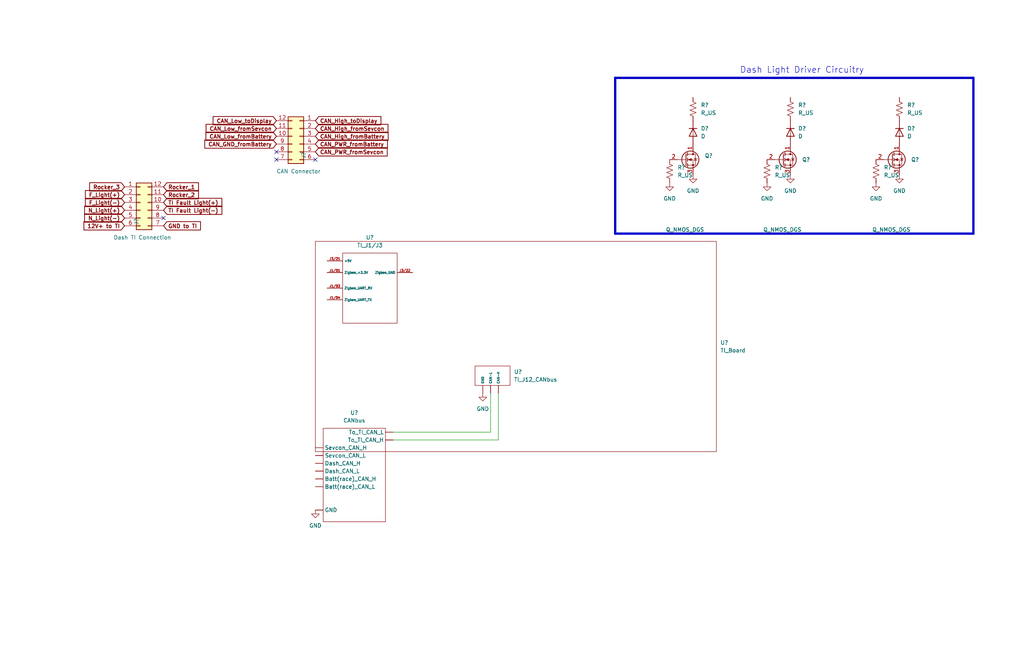
<source format=kicad_sch>
(kicad_sch (version 20230121) (generator eeschema)
  (paper "User" 334.01 216.002)
  (title_block (date "2023-05-03"))
  (lib_symbols
    (symbol "Connector_Generic:Conn_02x06_Counter_Clockwise" (pin_names (offset 1.016) hide)
      (property "Reference" "J" (at 1.27 7.62 0))
      (property "Value" "Conn_02x06_Counter_Clockwise" (at 1.27 -10.16 0))
      (symbol "Conn_02x06_Counter_Clockwise_1_1"
        (rectangle (start -1.27 -7.493) (end 0 -7.747) (stroke (width 0.1524)))
        (rectangle (start -1.27 -4.953) (end 0 -5.207) (stroke (width 0.1524)))
        (rectangle (start -1.27 -2.413) (end 0 -2.667) (stroke (width 0.1524)))
        (rectangle (start -1.27 0.127) (end 0 -0.127) (stroke (width 0.1524)))
        (rectangle (start -1.27 2.667) (end 0 2.413) (stroke (width 0.1524)))
        (rectangle (start -1.27 5.207) (end 0 4.953) (stroke (width 0.1524)))
        (rectangle (start -1.27 6.35) (end 3.81 -8.89) (stroke (width 0.254)) (fill (type background)))
        (rectangle (start 3.81 -7.493) (end 2.54 -7.747) (stroke (width 0.1524)))
        (rectangle (start 3.81 -4.953) (end 2.54 -5.207) (stroke (width 0.1524)))
        (rectangle (start 3.81 -2.413) (end 2.54 -2.667) (stroke (width 0.1524)))
        (rectangle (start 3.81 0.127) (end 2.54 -0.127) (stroke (width 0.1524)))
        (rectangle (start 3.81 2.667) (end 2.54 2.413) (stroke (width 0.1524)))
        (rectangle (start 3.81 5.207) (end 2.54 4.953) (stroke (width 0.1524)))
        (pin passive line (at -5.08 5.08 0) (length 3.81) (name "Pin_1") (number "1"))
        (pin passive line (at 7.62 0 180) (length 3.81) (name "Pin_10") (number "10"))
        (pin passive line (at 7.62 2.54 180) (length 3.81) (name "Pin_11") (number "11"))
        (pin passive line (at 7.62 5.08 180) (length 3.81) (name "Pin_12") (number "12"))
        (pin passive line (at -5.08 2.54 0) (length 3.81) (name "Pin_2") (number "2"))
        (pin passive line (at -5.08 0 0) (length 3.81) (name "Pin_3") (number "3"))
        (pin passive line (at -5.08 -2.54 0) (length 3.81) (name "Pin_4") (number "4"))
        (pin passive line (at -5.08 -5.08 0) (length 3.81) (name "Pin_5") (number "5"))
        (pin passive line (at -5.08 -7.62 0) (length 3.81) (name "Pin_6") (number "6"))
        (pin passive line (at 7.62 -7.62 180) (length 3.81) (name "Pin_7") (number "7"))
        (pin passive line (at 7.62 -5.08 180) (length 3.81) (name "Pin_8") (number "8"))
        (pin passive line (at 7.62 -2.54 180) (length 3.81) (name "Pin_9") (number "9"))
      )
    )
    (symbol "Device:D" (pin_numbers hide) (pin_names (offset 1.016) hide)
      (property "Reference" "D" (at 0 2.54 0))
      (property "Value" "D" (at 0 -2.54 0))
      (symbol "D_0_1"
        (polyline (pts (xy -1.27 1.27) (xy -1.27 -1.27)) (stroke (width 0.254)))
        (polyline (pts (xy 1.27 0) (xy -1.27 0)))
        (polyline (pts (xy 1.27 1.27) (xy 1.27 -1.27) (xy -1.27 0) (xy 1.27 1.27)) (stroke (width 0.254)))
      )
      (symbol "D_1_1"
        (pin passive line (at -3.81 0 0) (length 2.54) (name "K") (number "1"))
        (pin passive line (at 3.81 0 180) (length 2.54) (name "A") (number "2"))
      )
    )
    (symbol "Device:Q_NMOS_DGS" (pin_names (offset 0) hide)
      (property "Reference" "Q" (at 5.08 1.27 0))
      (property "Value" "Q_NMOS_DGS" (at 5.08 -1.27 0))
      (symbol "Q_NMOS_DGS_0_1"
        (polyline (pts (xy 0.254 0) (xy -2.54 0)))
        (polyline (pts (xy 0.254 1.905) (xy 0.254 -1.905)) (stroke (width 0.254)))
        (polyline (pts (xy 0.762 -1.27) (xy 0.762 -2.286)) (stroke (width 0.254)))
        (polyline (pts (xy 0.762 0.508) (xy 0.762 -0.508)) (stroke (width 0.254)))
        (polyline (pts (xy 0.762 2.286) (xy 0.762 1.27)) (stroke (width 0.254)))
        (polyline (pts (xy 2.54 2.54) (xy 2.54 1.778)))
        (polyline (pts (xy 2.54 -2.54) (xy 2.54 0) (xy 0.762 0)))
        (polyline (pts (xy 0.762 -1.778) (xy 3.302 -1.778) (xy 3.302 1.778) (xy 0.762 1.778)))
        (polyline (pts (xy 1.016 0) (xy 2.032 0.381) (xy 2.032 -0.381) (xy 1.016 0)) (fill (type outline)))
        (polyline (pts (xy 2.794 0.508) (xy 2.921 0.381) (xy 3.683 0.381) (xy 3.81 0.254)))
        (polyline (pts (xy 3.302 0.381) (xy 2.921 -0.254) (xy 3.683 -0.254) (xy 3.302 0.381)))
        (circle (center 1.651 0) (radius 2.794) (stroke (width 0.254)))
        (circle (center 2.54 -1.778) (radius 0.254) (fill (type outline)))
        (circle (center 2.54 1.778) (radius 0.254) (fill (type outline)))
      )
      (symbol "Q_NMOS_DGS_1_1"
        (pin passive line (at 2.54 5.08 270) (length 2.54) (name "D") (number "1"))
        (pin input line (at -5.08 0 0) (length 2.54) (name "G") (number "2"))
        (pin passive line (at 2.54 -5.08 90) (length 2.54) (name "S") (number "3"))
      )
    )
    (symbol "Device:R_US" (pin_numbers hide) (pin_names (offset 0))
      (property "Reference" "R" (at 2.54 0 90))
      (property "Value" "R_US" (at -2.54 0 90))
      (symbol "R_US_0_1"
        (polyline (pts (xy 0 -2.286) (xy 0 -2.54)))
        (polyline (pts (xy 0 2.286) (xy 0 2.54)))
        (polyline (pts (xy 0 -0.762) (xy 1.016 -1.143) (xy 0 -1.524) (xy -1.016 -1.905) (xy 0 -2.286)))
        (polyline (pts (xy 0 0.762) (xy 1.016 0.381) (xy 0 0) (xy -1.016 -0.381) (xy 0 -0.762)))
        (polyline (pts (xy 0 2.286) (xy 1.016 1.905) (xy 0 1.524) (xy -1.016 1.143) (xy 0 0.762)))
      )
      (symbol "R_US_1_1"
        (pin passive line (at 0 3.81 270) (length 1.27) (name "~") (number "1"))
        (pin passive line (at 0 -3.81 90) (length 1.27) (name "~") (number "2"))
      )
    )
    (symbol "Homssymbols:CANbus"
      (property "Reference" "U?" (at 20.32 17.78 0))
      (property "Value" "CANbus" (at 20.32 15.24 0))
      (symbol "CANbus_0_1"
        (rectangle (start 10.16 12.7) (end 30.48 -17.78))
      )
      (symbol "CANbus_1_1"
        (pin input line (at 7.62 -3.81 0) (length 2.54) (name "Batt(race)_CAN_H") (number ""))
        (pin input line (at 7.62 -6.35 0) (length 2.54) (name "Batt(race)_CAN_L") (number ""))
        (pin input line (at 7.62 1.27 0) (length 2.54) (name "Dash_CAN_H") (number ""))
        (pin input line (at 7.62 -1.27 0) (length 2.54) (name "Dash_CAN_L") (number ""))
        (pin input line (at 7.62 -13.97 0) (length 2.54) (name "GND") (number ""))
        (pin input line (at 7.62 6.35 0) (length 2.54) (name "Sevcon_CAN_H") (number ""))
        (pin input line (at 7.62 3.81 0) (length 2.54) (name "Sevcon_CAN_L") (number ""))
        (pin output line (at 33.02 8.89 180) (length 2.54) (name "To_TI_CAN_H") (number ""))
        (pin output line (at 33.02 11.43 180) (length 2.54) (name "To_TI_CAN_L") (number ""))
      )
    )
    (symbol "Homssymbols:TI_Board"
      (property "Reference" "U" (at -3.81 -6.35 0))
      (property "Value" "TI_Board" (at -8.89 -10.16 0))
      (symbol "TI_Board_0_1"
        (rectangle (start -55.88 30.48) (end 74.93 -38.1))
      )
    )
    (symbol "Homssymbols:TI_J12_CANbus"
      (property "Reference" "U?" (at 16.51 8.2551 0))
      (property "Value" "TI_J12_CANbus" (at 16.51 5.7151 0))
      (symbol "TI_J12_CANbus_0_1"
        (rectangle (start 15.24 3.81) (end 3.81 10.16))
      )
      (symbol "TI_J12_CANbus_1_1"
        (pin input line (at 11.43 1.27 90) (length 2.54) (name "CAN-H") (number ""))
        (pin input line (at 8.89 1.27 90) (length 2.54) (name "CAN-L") (number ""))
        (pin input line (at 6.35 1.27 90) (length 2.54) (name "GND") (number ""))
      )
    )
    (symbol "Homssymbols:TI_J1{slash}J3"
      (property "Reference" "U" (at 19.05 -5.08 0))
      (property "Value" "TI_J1{slash}J3" (at -1.27 -6.35 0))
      (symbol "TI_J1{slash}J3_0_1"
        (rectangle (start -20.32 35.56) (end -2.54 12.7))
      )
      (symbol "TI_J1{slash}J3_1_1"
        (pin input line (at -25.4 29.21 0) (length 5.08) (name "Zigbee_+3.3V") (number "J1/01"))
        (pin input line (at -25.4 24.13 0) (length 5.08) (name "Zigbee_UART_RX") (number "J1/03"))
        (pin input line (at -25.4 20.32 0) (length 5.08) (name "Zigbee_UART_TX") (number "J1/04"))
        (pin input line (at -25.4 33.02 0) (length 5.08) (name "+5V") (number "J3/21"))
        (pin input line (at 2.54 29.21 180) (length 5.08) (name "Zigbee_GND") (number "J3/22"))
      )
    )
    (symbol "power:GND" (power) (pin_names (offset 0))
      (property "Value" "GND" (at 0 -3.81 0))
      (symbol "GND_0_1"
        (polyline (pts (xy 0 0) (xy 0 -1.27) (xy 1.27 -1.27) (xy 0 -2.54) (xy -1.27 -1.27) (xy 0 -1.27)))
      )
      (symbol "GND_1_1"
        (pin power_in line (at 0 0 270) (length 0) hide (name "GND") (number "1"))
      )
    )
  )
  (no_connect (at 90.17 49.53))
  (no_connect (at 53.34 71.12))
  (no_connect (at 102.87 52.07))
  (no_connect (at 90.17 52.07))
  (polyline (pts (xy 200.66 76.2) (xy 317.5 76.2)) (stroke (width 0.75)))
  (wire (pts (xy 162.56 143.51) (xy 162.56 128.27)))
  (wire (pts (xy 128.27 140.97) (xy 160.02 140.97)))
  (polyline (pts (xy 317.5 25.4) (xy 317.5 76.2)) (stroke (width 0.75)))
  (polyline (pts (xy 200.66 25.4) (xy 317.5 25.4)) (stroke (width 0.75)))
  (wire (pts (xy 160.02 140.97) (xy 160.02 128.27)))
  (wire (pts (xy 128.27 143.51) (xy 162.56 143.51)))
  (polyline (pts (xy 200.66 76.2) (xy 200.66 25.4)) (stroke (width 0.75)))
  (text "Dash Light Driver Circuitry" (at 241.3 24.13 0) (effects (font (size 2 2)) (justify left bottom)))
  (global_label "F_Light(+)" (shape input) (at 40.64 63.5 180) (effects (font (thickness 0.254) bold)) (property "Intersheetrefs" "${INTERSHEET_REFS}" (effects hide)))
  (global_label "N_Light(-)" (shape input) (at 40.64 71.12 180) (effects (font (thickness 0.254) bold)) (property "Intersheetrefs" "${INTERSHEET_REFS}" (effects hide)))
  (global_label "CAN_GND_fromBattery" (shape input) (at 90.17 46.99 180) (effects (font (thickness 0.254) bold)) (property "Intersheetrefs" "${INTERSHEET_REFS}" (effects hide)))
  (global_label "CAN_High_fromBattery" (shape input) (at 102.87 44.45 0) (effects (font (thickness 0.254) bold)) (property "Intersheetrefs" "${INTERSHEET_REFS}" (effects hide)))
  (global_label "F_Light(-)" (shape input) (at 40.64 66.04 180) (effects (font (thickness 0.254) bold)) (property "Intersheetrefs" "${INTERSHEET_REFS}" (effects hide)))
  (global_label "CAN_High_toDisplay" (shape input) (at 102.87 39.37 0) (effects (font (thickness 0.254) bold)) (property "Intersheetrefs" "${INTERSHEET_REFS}" (effects hide)))
  (global_label "Rocker_2" (shape input) (at 53.34 63.5 0) (effects (font (thickness 0.254) bold)) (property "Intersheetrefs" "${INTERSHEET_REFS}" (effects hide)))
  (global_label "12V+ to TI" (shape input) (at 40.64 73.66 180) (effects (font bold)) (property "Intersheetrefs" "${INTERSHEET_REFS}" (effects hide)))
  (global_label "TI Fault Light(-)" (shape input) (at 53.34 68.58 0) (effects (font (thickness 0.254) bold)) (property "Intersheetrefs" "${INTERSHEET_REFS}" (effects hide)))
  (global_label "CAN_Low_toDisplay" (shape input) (at 90.17 39.37 180) (effects (font (thickness 0.254) bold)) (property "Intersheetrefs" "${INTERSHEET_REFS}" (effects hide)))
  (global_label "N_Light(+)" (shape input) (at 40.64 68.58 180) (effects (font (thickness 0.254) bold)) (property "Intersheetrefs" "${INTERSHEET_REFS}" (effects hide)))
  (global_label "CAN_Low_fromSevcon" (shape input) (at 90.17 41.91 180) (effects (font (thickness 0.254) bold)) (property "Intersheetrefs" "${INTERSHEET_REFS}" (effects hide)))
  (global_label "CAN_High_fromSevcon" (shape input) (at 102.87 41.91 0) (effects (font (thickness 0.254) bold)) (property "Intersheetrefs" "${INTERSHEET_REFS}" (effects hide)))
  (global_label "GND to TI" (shape input) (at 53.34 73.66 0) (effects (font bold)) (property "Intersheetrefs" "${INTERSHEET_REFS}" (effects hide)))
  (global_label "CAN_Low_fromBattery" (shape input) (at 90.17 44.45 180) (effects (font (thickness 0.254) bold)) (property "Intersheetrefs" "${INTERSHEET_REFS}" (effects hide)))
  (global_label "TI Fault Light(+)" (shape input) (at 53.34 66.04 0) (effects (font (thickness 0.254) bold)) (property "Intersheetrefs" "${INTERSHEET_REFS}" (effects hide)))
  (global_label "Rocker_1" (shape input) (at 53.34 60.96 0) (effects (font (thickness 0.254) bold)) (property "Intersheetrefs" "${INTERSHEET_REFS}" (effects hide)))
  (global_label "Rocker_3" (shape input) (at 40.64 60.96 180) (effects (font (thickness 0.254) bold)) (property "Intersheetrefs" "${INTERSHEET_REFS}" (effects hide)))
  (global_label "CAN_PWR_fromSevcon" (shape input) (at 102.87 49.53 0) (effects (font (thickness 0.254) bold)) (property "Intersheetrefs" "${INTERSHEET_REFS}" (effects hide)))
  (global_label "CAN_PWR_fromBattery" (shape input) (at 102.87 46.99 0) (effects (font (thickness 0.254) bold)) (property "Intersheetrefs" "${INTERSHEET_REFS}" (effects hide)))
  (symbol (lib_id "power:GND") (at 293.37 57.15 0) (unit 1)
    (property "Reference" "#PWR?" (effects hide))
    (property "Value" "GND" (at 293.37 62.23 0))
  )
  (symbol (lib_id "Device:R_US") (at 293.37 35.56 0) (unit 1)
    (property "Reference" "R?" (at 295.91 34.2899 0) (effects (justify left)))
    (property "Value" "R_US" (at 295.91 36.8299 0) (effects (justify left)))
  )
  (symbol (lib_id "Device:D") (at 226.06 43.18 270) (unit 1)
    (property "Reference" "D?" (at 228.6 41.9099 90) (effects (justify left)))
    (property "Value" "D" (at 228.6 44.4499 90) (effects (justify left)))
  )
  (symbol (lib_id "Device:D") (at 293.37 43.18 270) (unit 1)
    (property "Reference" "D?" (at 295.91 41.9099 90) (effects (justify left)))
    (property "Value" "D" (at 295.91 44.4499 90) (effects (justify left)))
  )
  (symbol (lib_id "Device:Q_NMOS_DGS") (at 223.52 52.07 0) (unit 1)
    (property "Reference" "Q?" (at 229.87 50.7999 0) (effects (justify left)))
    (property "Value" "Q_NMOS_DGS" (at 217.17 74.93 0) (effects (justify left)))
  )
  (symbol (lib_id "power:GND") (at 285.75 59.69 0) (unit 1)
    (property "Reference" "#PWR?" (effects hide))
    (property "Value" "GND" (at 285.75 64.77 0))
  )
  (symbol (lib_id "Device:R_US") (at 285.75 55.88 0) (unit 1)
    (property "Reference" "R?" (at 288.29 54.6099 0) (effects (justify left)))
    (property "Value" "R_US" (at 288.29 57.1499 0) (effects (justify left)))
  )
  (symbol (lib_id "Device:R_US") (at 250.19 55.88 0) (unit 1)
    (property "Reference" "R?" (at 252.73 54.6099 0) (effects (justify left)))
    (property "Value" "R_US" (at 252.73 57.1499 0) (effects (justify left)))
  )
  (symbol (lib_id "Homssymbols:TI_J12_CANbus") (at 151.13 129.54 0) (unit 1)
    (property "Reference" "U?" (at 167.64 121.2849 0) (effects (justify left)))
    (property "Value" "TI_J12_CANbus" (at 167.64 123.8249 0) (effects (justify left)))
  )
  (symbol (lib_id "power:GND") (at 257.81 57.15 0) (unit 1)
    (property "Reference" "#PWR?" (effects hide))
    (property "Value" "GND" (at 257.81 62.23 0))
  )
  (symbol (lib_id "power:GND") (at 226.06 57.15 0) (unit 1)
    (property "Reference" "#PWR?" (effects hide))
    (property "Value" "GND" (at 226.06 62.23 0))
  )
  (symbol (lib_id "Homssymbols:TI_Board") (at 158.75 109.22 0) (unit 1)
    (property "Reference" "U?" (at 234.95 111.7599 0) (effects (justify left)))
    (property "Value" "TI_Board" (at 234.95 114.2999 0) (effects (justify left)))
  )
  (symbol (lib_id "power:GND") (at 218.44 59.69 0) (unit 1)
    (property "Reference" "#PWR?" (effects hide))
    (property "Value" "GND" (at 218.44 64.77 0))
  )
  (symbol (lib_id "power:GND") (at 102.87 166.37 0) (unit 1)
    (property "Reference" "#PWR?" (effects hide))
    (property "Value" "GND" (at 102.87 171.45 0))
  )
  (symbol (lib_id "Device:R_US") (at 257.81 35.56 0) (unit 1)
    (property "Reference" "R?" (at 260.35 34.2899 0) (effects (justify left)))
    (property "Value" "R_US" (at 260.35 36.8299 0) (effects (justify left)))
  )
  (symbol (lib_id "power:GND") (at 157.48 128.27 0) (unit 1)
    (property "Reference" "#PWR?" (effects hide))
    (property "Value" "GND" (at 157.48 133.35 0))
  )
  (symbol (lib_id "power:GND") (at 250.19 59.69 0) (unit 1)
    (property "Reference" "#PWR?" (effects hide))
    (property "Value" "GND" (at 250.19 64.77 0))
  )
  (symbol (lib_id "Connector_Generic:Conn_02x06_Counter_Clockwise") (at 45.72 66.04 0) (unit 1)
    (property "Reference" "J?" (at 44.4499 71.12 90) (effects (justify right)))
    (property "Value" "Dash TI Connection" (at 55.88 77.47 0) (effects (justify right)))
  )
  (symbol (lib_id "Device:R_US") (at 226.06 35.56 0) (unit 1)
    (property "Reference" "R?" (at 228.6 34.2899 0) (effects (justify left)))
    (property "Value" "R_US" (at 228.6 36.8299 0) (effects (justify left)))
  )
  (symbol (lib_id "Homssymbols:CANbus") (at 95.25 152.4 0) (unit 1)
    (property "Reference" "U?" (at 115.57 134.62 0))
    (property "Value" "CANbus" (at 115.57 137.16 0))
  )
  (symbol (lib_id "Device:R_US") (at 218.44 55.88 0) (unit 1)
    (property "Reference" "R?" (at 220.98 54.6099 0) (effects (justify left)))
    (property "Value" "R_US" (at 220.98 57.1499 0) (effects (justify left)))
  )
  (symbol (lib_id "Device:D") (at 257.81 43.18 270) (unit 1)
    (property "Reference" "D?" (at 260.35 41.9099 90) (effects (justify left)))
    (property "Value" "D" (at 260.35 44.4499 90) (effects (justify left)))
  )
  (symbol (lib_id "Connector_Generic:Conn_02x06_Counter_Clockwise") (at 97.79 44.45 0) (mirror y) (unit 1)
    (property "Reference" "J?" (at 99.0601 49.53 90) (effects (justify right)))
    (property "Value" "CAN Connector" (at 90.17 55.88 0) (effects (justify right)))
  )
  (symbol (lib_id "Device:Q_NMOS_DGS") (at 255.27 52.07 0) (unit 1)
    (property "Reference" "Q?" (at 261.62 52.07 0) (effects (justify left)))
    (property "Value" "Q_NMOS_DGS" (at 248.92 74.93 0) (effects (justify left)))
  )
  (symbol (lib_id "Homssymbols:TI_J1{slash}J3") (at 132.08 118.11 0) (unit 1)
    (property "Reference" "U?" (at 120.65 77.47 0))
    (property "Value" "TI_J1/J3" (at 120.65 80.01 0))
  )
  (symbol (lib_id "Device:Q_NMOS_DGS") (at 290.83 52.07 0) (unit 1)
    (property "Reference" "Q?" (at 297.18 52.07 0) (effects (justify left)))
    (property "Value" "Q_NMOS_DGS" (at 284.48 74.93 0) (effects (justify left)))
  )
)
</source>
